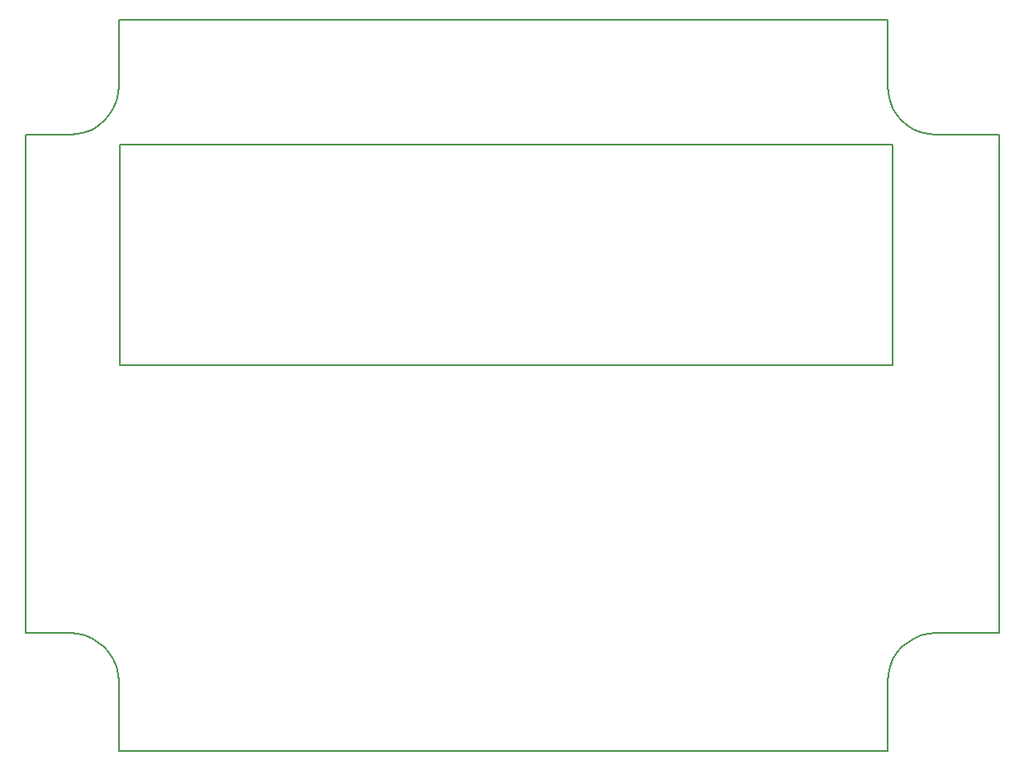
<source format=gko>
G04 Layer_Color=16711935*
%FSLAX44Y44*%
%MOMM*%
G71*
G01*
G75*
%ADD70C,0.2000*%
D70*
X49927Y120387D02*
X57499Y118569D01*
X64693Y115589D01*
X71332Y111521D01*
X77253Y106463D01*
X82311Y100542D01*
X86379Y93903D01*
X89359Y86709D01*
X91177Y79137D01*
X91788Y71374D01*
Y508D02*
Y71374D01*
Y508D02*
X879508D01*
Y71374D01*
X880119Y79137D01*
X881937Y86709D01*
X884917Y93903D01*
X888985Y100542D01*
X894043Y106463D01*
X899964Y111521D01*
X906603Y115589D01*
X913797Y118569D01*
X921369Y120387D01*
X929132Y120998D01*
X993648D01*
Y631858D01*
X929132D02*
X993648D01*
X921369Y632469D02*
X929132Y631858D01*
X913797Y634287D02*
X921369Y632469D01*
X906603Y637267D02*
X913797Y634287D01*
X899964Y641335D02*
X906603Y637267D01*
X894043Y646393D02*
X899964Y641335D01*
X888985Y652314D02*
X894043Y646393D01*
X884917Y658953D02*
X888985Y652314D01*
X881937Y666147D02*
X884917Y658953D01*
X880119Y673719D02*
X881937Y666147D01*
X879508Y681482D02*
X880119Y673719D01*
X879508Y681482D02*
Y749808D01*
X91788Y749808D02*
X879508Y749808D01*
X91788Y681482D02*
Y749808D01*
X91177Y673719D02*
X91788Y681482D01*
X89359Y666147D02*
X91177Y673719D01*
X86379Y658953D02*
X89359Y666147D01*
X82311Y652314D02*
X86379Y658953D01*
X77253Y646393D02*
X82311Y652314D01*
X71332Y641335D02*
X77253Y646393D01*
X64693Y637267D02*
X71332Y641335D01*
X57499Y634287D02*
X64693Y637267D01*
X49927Y632469D02*
X57499Y634287D01*
X42164Y631858D02*
X49927Y632469D01*
X-3810Y631858D02*
X42164D01*
X-3810Y120998D02*
Y631858D01*
Y120998D02*
X42164D01*
X49927Y120387D01*
X93250Y621810D02*
X884250Y621810D01*
X884250Y395810D01*
X93250Y395810D02*
X884250Y395810D01*
X93250Y621810D02*
X93250Y395810D01*
M02*

</source>
